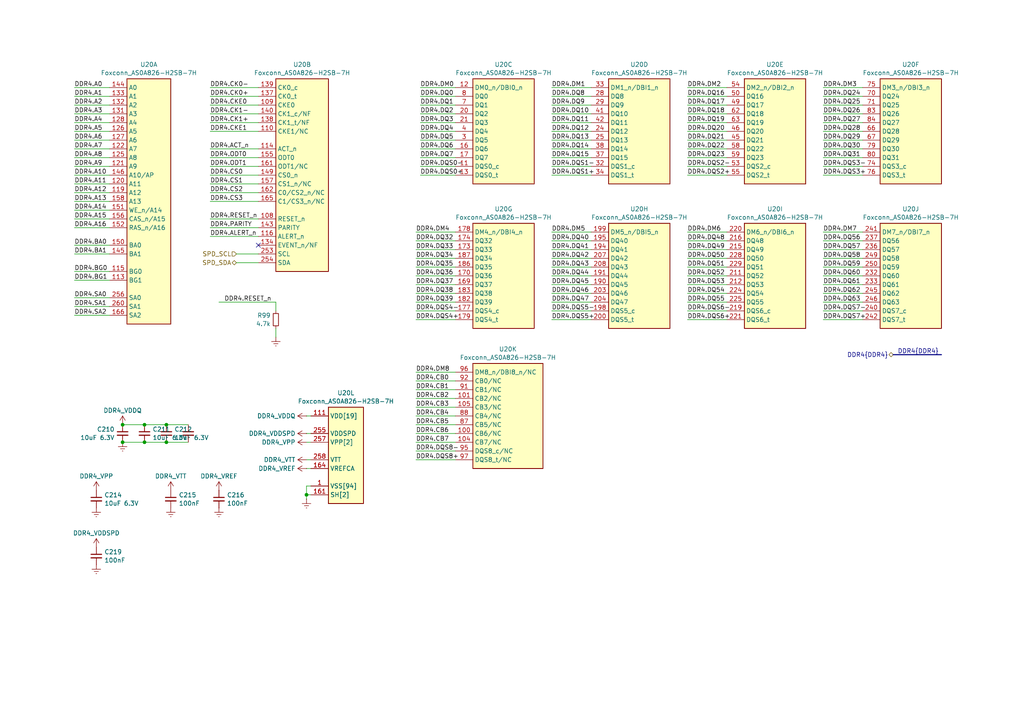
<source format=kicad_sch>
(kicad_sch (version 20231120) (generator "eeschema") (generator_version "8.0")
  (paper "A4")
  (junction (at 48.26 128.27))
  (junction (at 88.9 143.51))
  (junction (at 35.56 123.19))
  (junction (at 48.26 123.19))
  (junction (at 41.91 123.19))
  (junction (at 35.56 128.27))
  (junction (at 41.91 128.27))
  (no_connect (at 74.93 71.12))
  (wire (pts (xy 160.02 30.48) (xy 171.45 30.48)))
  (wire (pts (xy 35.56 128.27) (xy 41.91 128.27)))
  (wire (pts (xy 88.9 125.73) (xy 90.17 125.73)))
  (wire (pts (xy 238.76 38.1) (xy 250.19 38.1)))
  (wire (pts (xy 120.65 128.27) (xy 132.08 128.27)))
  (wire (pts (xy 199.39 27.94) (xy 210.82 27.94)))
  (wire (pts (xy 199.39 45.72) (xy 210.82 45.72)))
  (wire (pts (xy 199.39 33.02) (xy 210.82 33.02)))
  (wire (pts (xy 21.59 33.02) (xy 31.75 33.02)))
  (wire (pts (xy 120.65 80.01) (xy 132.08 80.01)))
  (wire (pts (xy 160.02 50.8) (xy 171.45 50.8)))
  (wire (pts (xy 120.65 92.71) (xy 132.08 92.71)))
  (wire (pts (xy 60.96 25.4) (xy 74.93 25.4)))
  (wire (pts (xy 21.59 88.9) (xy 31.75 88.9)))
  (wire (pts (xy 21.59 71.12) (xy 31.75 71.12)))
  (wire (pts (xy 238.76 80.01) (xy 250.19 80.01)))
  (wire (pts (xy 120.65 85.09) (xy 132.08 85.09)))
  (wire (pts (xy 120.65 113.03) (xy 132.08 113.03)))
  (wire (pts (xy 120.65 90.17) (xy 132.08 90.17)))
  (wire (pts (xy 35.56 123.19) (xy 41.91 123.19)))
  (wire (pts (xy 238.76 43.18) (xy 250.19 43.18)))
  (wire (pts (xy 121.92 30.48) (xy 132.08 30.48)))
  (wire (pts (xy 199.39 40.64) (xy 210.82 40.64)))
  (wire (pts (xy 121.92 48.26) (xy 132.08 48.26)))
  (wire (pts (xy 21.59 48.26) (xy 31.75 48.26)))
  (wire (pts (xy 120.65 74.93) (xy 132.08 74.93)))
  (wire (pts (xy 21.59 60.96) (xy 31.75 60.96)))
  (wire (pts (xy 238.76 33.02) (xy 250.19 33.02)))
  (wire (pts (xy 160.02 92.71) (xy 171.45 92.71)))
  (wire (pts (xy 120.65 130.81) (xy 132.08 130.81)))
  (wire (pts (xy 60.96 33.02) (xy 74.93 33.02)))
  (wire (pts (xy 88.9 133.35) (xy 90.17 133.35)))
  (wire (pts (xy 68.58 73.66) (xy 74.93 73.66)))
  (wire (pts (xy 21.59 43.18) (xy 31.75 43.18)))
  (wire (pts (xy 121.92 45.72) (xy 132.08 45.72)))
  (wire (pts (xy 238.76 40.64) (xy 250.19 40.64)))
  (wire (pts (xy 90.17 128.27) (xy 88.9 128.27)))
  (wire (pts (xy 120.65 69.85) (xy 132.08 69.85)))
  (wire (pts (xy 60.96 53.34) (xy 74.93 53.34)))
  (wire (pts (xy 199.39 35.56) (xy 210.82 35.56)))
  (wire (pts (xy 199.39 80.01) (xy 210.82 80.01)))
  (wire (pts (xy 60.96 43.18) (xy 74.93 43.18)))
  (wire (pts (xy 21.59 91.44) (xy 31.75 91.44)))
  (wire (pts (xy 60.96 48.26) (xy 74.93 48.26)))
  (wire (pts (xy 120.65 110.49) (xy 132.08 110.49)))
  (wire (pts (xy 121.92 33.02) (xy 132.08 33.02)))
  (wire (pts (xy 160.02 43.18) (xy 171.45 43.18)))
  (wire (pts (xy 238.76 48.26) (xy 250.19 48.26)))
  (wire (pts (xy 121.92 35.56) (xy 132.08 35.56)))
  (wire (pts (xy 120.65 125.73) (xy 132.08 125.73)))
  (wire (pts (xy 88.9 143.51) (xy 88.9 140.97)))
  (wire (pts (xy 121.92 27.94) (xy 132.08 27.94)))
  (wire (pts (xy 48.26 123.19) (xy 54.61 123.19)))
  (wire (pts (xy 88.9 143.51) (xy 90.17 143.51)))
  (wire (pts (xy 238.76 92.71) (xy 250.19 92.71)))
  (wire (pts (xy 21.59 86.36) (xy 31.75 86.36)))
  (wire (pts (xy 120.65 82.55) (xy 132.08 82.55)))
  (wire (pts (xy 160.02 72.39) (xy 171.45 72.39)))
  (wire (pts (xy 121.92 43.18) (xy 132.08 43.18)))
  (wire (pts (xy 160.02 67.31) (xy 171.45 67.31)))
  (wire (pts (xy 160.02 33.02) (xy 171.45 33.02)))
  (wire (pts (xy 80.01 95.25) (xy 80.01 97.79)))
  (wire (pts (xy 21.59 50.8) (xy 31.75 50.8)))
  (wire (pts (xy 238.76 85.09) (xy 250.19 85.09)))
  (wire (pts (xy 238.76 69.85) (xy 250.19 69.85)))
  (wire (pts (xy 199.39 85.09) (xy 210.82 85.09)))
  (wire (pts (xy 238.76 45.72) (xy 250.19 45.72)))
  (wire (pts (xy 21.59 73.66) (xy 31.75 73.66)))
  (wire (pts (xy 199.39 48.26) (xy 210.82 48.26)))
  (bus (pts (xy 259.08 102.87) (xy 273.05 102.87)))
  (wire (pts (xy 68.58 76.2) (xy 74.93 76.2)))
  (wire (pts (xy 238.76 74.93) (xy 250.19 74.93)))
  (wire (pts (xy 160.02 74.93) (xy 171.45 74.93)))
  (wire (pts (xy 120.65 107.95) (xy 132.08 107.95)))
  (wire (pts (xy 120.65 72.39) (xy 132.08 72.39)))
  (wire (pts (xy 238.76 67.31) (xy 250.19 67.31)))
  (wire (pts (xy 238.76 30.48) (xy 250.19 30.48)))
  (wire (pts (xy 21.59 30.48) (xy 31.75 30.48)))
  (wire (pts (xy 60.96 30.48) (xy 74.93 30.48)))
  (wire (pts (xy 199.39 82.55) (xy 210.82 82.55)))
  (wire (pts (xy 238.76 90.17) (xy 250.19 90.17)))
  (wire (pts (xy 160.02 40.64) (xy 171.45 40.64)))
  (wire (pts (xy 21.59 58.42) (xy 31.75 58.42)))
  (wire (pts (xy 199.39 72.39) (xy 210.82 72.39)))
  (wire (pts (xy 21.59 66.04) (xy 31.75 66.04)))
  (wire (pts (xy 120.65 123.19) (xy 132.08 123.19)))
  (wire (pts (xy 199.39 25.4) (xy 210.82 25.4)))
  (wire (pts (xy 21.59 27.94) (xy 31.75 27.94)))
  (wire (pts (xy 160.02 82.55) (xy 171.45 82.55)))
  (wire (pts (xy 120.65 133.35) (xy 132.08 133.35)))
  (wire (pts (xy 160.02 85.09) (xy 171.45 85.09)))
  (wire (pts (xy 60.96 55.88) (xy 74.93 55.88)))
  (wire (pts (xy 21.59 40.64) (xy 31.75 40.64)))
  (wire (pts (xy 60.96 38.1) (xy 74.93 38.1)))
  (wire (pts (xy 120.65 87.63) (xy 132.08 87.63)))
  (wire (pts (xy 21.59 35.56) (xy 31.75 35.56)))
  (wire (pts (xy 199.39 69.85) (xy 210.82 69.85)))
  (wire (pts (xy 60.96 45.72) (xy 74.93 45.72)))
  (wire (pts (xy 120.65 118.11) (xy 132.08 118.11)))
  (wire (pts (xy 120.65 67.31) (xy 132.08 67.31)))
  (wire (pts (xy 160.02 77.47) (xy 171.45 77.47)))
  (wire (pts (xy 160.02 48.26) (xy 171.45 48.26)))
  (wire (pts (xy 238.76 35.56) (xy 250.19 35.56)))
  (wire (pts (xy 21.59 63.5) (xy 31.75 63.5)))
  (wire (pts (xy 199.39 87.63) (xy 210.82 87.63)))
  (wire (pts (xy 120.65 77.47) (xy 132.08 77.47)))
  (wire (pts (xy 238.76 87.63) (xy 250.19 87.63)))
  (wire (pts (xy 199.39 38.1) (xy 210.82 38.1)))
  (wire (pts (xy 160.02 90.17) (xy 171.45 90.17)))
  (wire (pts (xy 160.02 38.1) (xy 171.45 38.1)))
  (wire (pts (xy 60.96 58.42) (xy 74.93 58.42)))
  (wire (pts (xy 160.02 69.85) (xy 171.45 69.85)))
  (wire (pts (xy 88.9 144.78) (xy 88.9 143.51)))
  (wire (pts (xy 160.02 25.4) (xy 171.45 25.4)))
  (wire (pts (xy 199.39 67.31) (xy 210.82 67.31)))
  (wire (pts (xy 121.92 25.4) (xy 132.08 25.4)))
  (wire (pts (xy 21.59 25.4) (xy 31.75 25.4)))
  (wire (pts (xy 199.39 50.8) (xy 210.82 50.8)))
  (wire (pts (xy 160.02 27.94) (xy 171.45 27.94)))
  (wire (pts (xy 238.76 82.55) (xy 250.19 82.55)))
  (wire (pts (xy 120.65 115.57) (xy 132.08 115.57)))
  (wire (pts (xy 238.76 27.94) (xy 250.19 27.94)))
  (wire (pts (xy 21.59 53.34) (xy 31.75 53.34)))
  (wire (pts (xy 63.5 87.63) (xy 80.01 87.63)))
  (wire (pts (xy 238.76 72.39) (xy 250.19 72.39)))
  (wire (pts (xy 199.39 92.71) (xy 210.82 92.71)))
  (wire (pts (xy 88.9 140.97) (xy 90.17 140.97)))
  (wire (pts (xy 48.26 128.27) (xy 54.61 128.27)))
  (wire (pts (xy 160.02 80.01) (xy 171.45 80.01)))
  (wire (pts (xy 60.96 35.56) (xy 74.93 35.56)))
  (wire (pts (xy 21.59 45.72) (xy 31.75 45.72)))
  (wire (pts (xy 88.9 120.65) (xy 90.17 120.65)))
  (wire (pts (xy 60.96 27.94) (xy 74.93 27.94)))
  (wire (pts (xy 60.96 66.04) (xy 74.93 66.04)))
  (wire (pts (xy 60.96 63.5) (xy 74.93 63.5)))
  (wire (pts (xy 199.39 30.48) (xy 210.82 30.48)))
  (wire (pts (xy 60.96 50.8) (xy 74.93 50.8)))
  (wire (pts (xy 160.02 45.72) (xy 171.45 45.72)))
  (wire (pts (xy 121.92 38.1) (xy 132.08 38.1)))
  (wire (pts (xy 238.76 50.8) (xy 250.19 50.8)))
  (wire (pts (xy 121.92 50.8) (xy 132.08 50.8)))
  (wire (pts (xy 41.91 123.19) (xy 48.26 123.19)))
  (wire (pts (xy 120.65 120.65) (xy 132.08 120.65)))
  (wire (pts (xy 21.59 38.1) (xy 31.75 38.1)))
  (wire (pts (xy 80.01 87.63) (xy 80.01 90.17)))
  (wire (pts (xy 199.39 74.93) (xy 210.82 74.93)))
  (wire (pts (xy 121.92 40.64) (xy 132.08 40.64)))
  (wire (pts (xy 238.76 77.47) (xy 250.19 77.47)))
  (wire (pts (xy 88.9 135.89) (xy 90.17 135.89)))
  (wire (pts (xy 199.39 90.17) (xy 210.82 90.17)))
  (wire (pts (xy 199.39 43.18) (xy 210.82 43.18)))
  (wire (pts (xy 21.59 55.88) (xy 31.75 55.88)))
  (wire (pts (xy 60.96 68.58) (xy 74.93 68.58)))
  (wire (pts (xy 160.02 87.63) (xy 171.45 87.63)))
  (wire (pts (xy 21.59 78.74) (xy 31.75 78.74)))
  (wire (pts (xy 160.02 35.56) (xy 171.45 35.56)))
  (wire (pts (xy 41.91 128.27) (xy 48.26 128.27)))
  (wire (pts (xy 238.76 25.4) (xy 250.19 25.4)))
  (wire (pts (xy 21.59 81.28) (xy 31.75 81.28)))
  (wire (pts (xy 199.39 77.47) (xy 210.82 77.47)))
  (label "DDR4.CK0+" (at 60.96 27.94 0))
  (label "DDR4.A10" (at 21.59 50.8 0))
  (label "DDR4.DQS7-" (at 238.76 90.17 0))
  (label "DDR4.A4" (at 21.59 35.56 0))
  (label "DDR4.A3" (at 21.59 33.02 0))
  (label "DDR4.CKE0" (at 60.96 30.48 0))
  (label "DDR4.CB5" (at 120.65 123.19 0))
  (label "DDR4.BG1" (at 21.59 81.28 0))
  (label "DDR4.CB1" (at 120.65 113.03 0))
  (label "DDR4.CB4" (at 120.65 120.65 0))
  (label "DDR4.DQ58" (at 238.76 74.93 0))
  (label "DDR4.DQ32" (at 120.65 69.85 0))
  (label "DDR4.DQ22" (at 199.39 43.18 0))
  (label "DDR4.DQ54" (at 199.39 85.09 0))
  (label "DDR4.DQ14" (at 160.02 43.18 0))
  (label "DDR4.CB6" (at 120.65 125.73 0))
  (label "DDR4.DQS1+" (at 160.02 50.8 0))
  (label "DDR4.DQ5" (at 121.92 40.64 0))
  (label "DDR4.DQ57" (at 238.76 72.39 0))
  (label "DDR4.DQ26" (at 238.76 33.02 0))
  (label "DDR4.DQ37" (at 120.65 82.55 0))
  (label "DDR4.CB7" (at 120.65 128.27 0))
  (label "DDR4.DQ33" (at 120.65 72.39 0))
  (label "DDR4.DQ2" (at 121.92 33.02 0))
  (label "DDR4.A6" (at 21.59 40.64 0))
  (label "DDR4.CS0" (at 60.96 50.8 0))
  (label "DDR4.DQ10" (at 160.02 33.02 0))
  (label "DDR4.DQ11" (at 160.02 35.56 0))
  (label "DDR4.PARITY" (at 60.96 66.04 0))
  (label "DDR4.DM7" (at 238.76 67.31 0))
  (label "DDR4.CK1+" (at 60.96 35.56 0))
  (label "DDR4.DQ20" (at 199.39 38.1 0))
  (label "DDR4.DQ6" (at 121.92 43.18 0))
  (label "DDR4.A1" (at 21.59 27.94 0))
  (label "DDR4.DQ36" (at 120.65 80.01 0))
  (label "DDR4.DQ53" (at 199.39 82.55 0))
  (label "DDR4.DQ63" (at 238.76 87.63 0))
  (label "DDR4.DQS2+" (at 199.39 50.8 0))
  (label "DDR4.DQS0+" (at 121.92 50.8 0))
  (label "DDR4.BA1" (at 21.59 73.66 0))
  (label "DDR4.DQ55" (at 199.39 87.63 0))
  (label "DDR4.DQ47" (at 160.02 87.63 0))
  (label "DDR4.DM3" (at 238.76 25.4 0))
  (label "DDR4.A15" (at 21.59 63.5 0))
  (label "DDR4.CB2" (at 120.65 115.57 0))
  (label "DDR4.A14" (at 21.59 60.96 0))
  (label "DDR4.RESET_n" (at 78.74 87.63 180))
  (label "DDR4.DQ25" (at 238.76 30.48 0))
  (label "DDR4.DQ9" (at 160.02 30.48 0))
  (label "DDR4.DM8" (at 120.65 107.95 0))
  (label "DDR4.SA2" (at 21.59 91.44 0))
  (label "DDR4.A13" (at 21.59 58.42 0))
  (label "DDR4.DQ50" (at 199.39 74.93 0))
  (label "DDR4.DQS4-" (at 120.65 90.17 0))
  (label "DDR4.DQ15" (at 160.02 45.72 0))
  (label "DDR4.DQ1" (at 121.92 30.48 0))
  (label "DDR4.DQ31" (at 238.76 45.72 0))
  (label "DDR4.DQ43" (at 160.02 77.47 0))
  (label "DDR4.DQ8" (at 160.02 27.94 0))
  (label "DDR4.DQ48" (at 199.39 69.85 0))
  (label "DDR4.DQ46" (at 160.02 85.09 0))
  (label "DDR4.CB3" (at 120.65 118.11 0))
  (label "DDR4.DQS1-" (at 160.02 48.26 0))
  (label "DDR4.A2" (at 21.59 30.48 0))
  (label "DDR4.DM1" (at 160.02 25.4 0))
  (label "DDR4.A12" (at 21.59 55.88 0))
  (label "DDR4.CB0" (at 120.65 110.49 0))
  (label "DDR4.DM0" (at 121.92 25.4 0))
  (label "DDR4.DQ41" (at 160.02 72.39 0))
  (label "DDR4.DM4" (at 120.65 67.31 0))
  (label "DDR4.DQ56" (at 238.76 69.85 0))
  (label "DDR4{DDR4}" (at 260.35 102.87 0))
  (label "DDR4.DQ62" (at 238.76 85.09 0))
  (label "DDR4.DQS5-" (at 160.02 90.17 0))
  (label "DDR4.DQS6-" (at 199.39 90.17 0))
  (label "DDR4.DQS8+" (at 120.65 133.35 0))
  (label "DDR4.ODT0" (at 60.96 45.72 0))
  (label "DDR4.DQS5+" (at 160.02 92.71 0))
  (label "DDR4.DQ42" (at 160.02 74.93 0))
  (label "DDR4.DQ45" (at 160.02 82.55 0))
  (label "DDR4.A5" (at 21.59 38.1 0))
  (label "DDR4.DQ39" (at 120.65 87.63 0))
  (label "DDR4.DQ34" (at 120.65 74.93 0))
  (label "DDR4.DQ18" (at 199.39 33.02 0))
  (label "DDR4.DQS6+" (at 199.39 92.71 0))
  (label "DDR4.SA1" (at 21.59 88.9 0))
  (label "DDR4.DQS8-" (at 120.65 130.81 0))
  (label "DDR4.BA0" (at 21.59 71.12 0))
  (label "DDR4.DQ44" (at 160.02 80.01 0))
  (label "DDR4.DQ38" (at 120.65 85.09 0))
  (label "DDR4.DQ40" (at 160.02 69.85 0))
  (label "DDR4.DQS3+" (at 238.76 50.8 0))
  (label "DDR4.DM2" (at 199.39 25.4 0))
  (label "DDR4.A9" (at 21.59 48.26 0))
  (label "DDR4.DQS0-" (at 121.92 48.26 0))
  (label "DDR4.DQ30" (at 238.76 43.18 0))
  (label "DDR4.A7" (at 21.59 43.18 0))
  (label "DDR4.CS2" (at 60.96 55.88 0))
  (label "DDR4.DQ3" (at 121.92 35.56 0))
  (label "DDR4.CK1-" (at 60.96 33.02 0))
  (label "DDR4.DQ60" (at 238.76 80.01 0))
  (label "DDR4.DQ19" (at 199.39 35.56 0))
  (label "DDR4.CKE1" (at 60.96 38.1 0))
  (label "DDR4.DQS7+" (at 238.76 92.71 0))
  (label "DDR4.DM5" (at 160.02 67.31 0))
  (label "DDR4.DQ59" (at 238.76 77.47 0))
  (label "DDR4.DQ24" (at 238.76 27.94 0))
  (label "DDR4.DQ29" (at 238.76 40.64 0))
  (label "DDR4.SA0" (at 21.59 86.36 0))
  (label "DDR4.DQ52" (at 199.39 80.01 0))
  (label "DDR4.DQ23" (at 199.39 45.72 0))
  (label "DDR4.DQ61" (at 238.76 82.55 0))
  (label "DDR4.CS1" (at 60.96 53.34 0))
  (label "DDR4.DQS2-" (at 199.39 48.26 0))
  (label "DDR4.ALERT_n" (at 60.96 68.58 0))
  (label "DDR4.DQ51" (at 199.39 77.47 0))
  (label "DDR4.DQ17" (at 199.39 30.48 0))
  (label "DDR4.DQ0" (at 121.92 27.94 0))
  (label "DDR4.A16" (at 21.59 66.04 0))
  (label "DDR4.BG0" (at 21.59 78.74 0))
  (label "DDR4.DQ35" (at 120.65 77.47 0))
  (label "DDR4.DQ21" (at 199.39 40.64 0))
  (label "DDR4.DQS3-" (at 238.76 48.26 0))
  (label "DDR4.CK0-" (at 60.96 25.4 0))
  (label "DDR4.DM6" (at 199.39 67.31 0))
  (label "DDR4.DQS4+" (at 120.65 92.71 0))
  (label "DDR4.ODT1" (at 60.96 48.26 0))
  (label "DDR4.A11" (at 21.59 53.34 0))
  (label "DDR4.A0" (at 21.59 25.4 0))
  (label "DDR4.DQ27" (at 238.76 35.56 0))
  (label "DDR4.DQ13" (at 160.02 40.64 0))
  (label "DDR4.DQ28" (at 238.76 38.1 0))
  (label "DDR4.RESET_n" (at 60.96 63.5 0))
  (label "DDR4.ACT_n" (at 60.96 43.18 0))
  (label "DDR4.A8" (at 21.59 45.72 0))
  (label "DDR4.DQ49" (at 199.39 72.39 0))
  (label "DDR4.DQ16" (at 199.39 27.94 0))
  (label "DDR4.DQ4" (at 121.92 38.1 0))
  (label "DDR4.DQ7" (at 121.92 45.72 0))
  (label "DDR4.DQ12" (at 160.02 38.1 0))
  (label "DDR4.CS3" (at 60.96 58.42 0))
  (hierarchical_label "DDR4{DDR4}" (shape bidirectional) (at 259.08 102.87 180))
  (hierarchical_label "SPD_SDA" (shape bidirectional) (at 68.58 76.2 180))
  (hierarchical_label "SPD_SCL" (shape input) (at 68.58 73.66 180))
  (symbol (lib_id "CHIPSAlliance_Connector:Foxconn_AS0A826-H2SB-7H") (at 171.45 67.31 0) (unit 8)
    (property "Reference" "U20" (at 185.42 60.6255 0))
    (property "Value" "Foxconn_AS0A826-H2SB-7H" (at 185.42 63.0498 0))
    (property "Footprint" "CHIPSAlliance_Connector:Foxconn_SODDR4_AS0A821-H4SB-7H_2x130P_P0.5mm" (effects (hide yes)))
    (property "Datasheet" "https://atta.szlcsc.com/upload/public/pdf/source/20210401/C2761525_3F51BA39DB17DA636510977C03EC04F0.pdf" (effects (hide yes)))
    (property "Description" "Foxconn SMD AS0A826-H2SB-7H DDR4 SODIMM socket" (effects (hide yes)))
  )
  (symbol (lib_id "CHIPSAlliance_Connector:Foxconn_AS0A826-H2SB-7H") (at 31.75 25.4 0) (unit 1)
    (property "Reference" "U20" (at 43.18 18.7155 0))
    (property "Value" "Foxconn_AS0A826-H2SB-7H" (at 43.18 21.1398 0))
    (property "Footprint" "CHIPSAlliance_Connector:Foxconn_SODDR4_AS0A821-H4SB-7H_2x130P_P0.5mm" (effects (hide yes)))
    (property "Datasheet" "https://atta.szlcsc.com/upload/public/pdf/source/20210401/C2761525_3F51BA39DB17DA636510977C03EC04F0.pdf" (effects (hide yes)))
    (property "Description" "Foxconn SMD AS0A826-H2SB-7H DDR4 SODIMM socket" (effects (hide yes)))
  )
  (symbol (lib_id "Device:C_Small") (at 27.94 161.29 0) (unit 1)
    (property "Reference" "C219" (at 30.2641 160.0841 0) (effects (justify left)))
    (property "Value" "100nF" (at 30.2641 162.5084 0) (effects (justify left)))
    (property "Footprint" "Capacitor_SMD:C_0402_1005Metric" (effects (hide yes)))
    (property "Description" "Unpolarized capacitor, small symbol" (effects (hide yes)))
  )
  (symbol (lib_id "Device:C_Small") (at 63.5 144.78 0) (unit 1)
    (property "Reference" "C216" (at 65.8241 143.5741 0) (effects (justify left)))
    (property "Value" "100nF" (at 65.8241 145.9984 0) (effects (justify left)))
    (property "Footprint" "Capacitor_SMD:C_0402_1005Metric" (effects (hide yes)))
    (property "Description" "Unpolarized capacitor, small symbol" (effects (hide yes)))
  )
  (symbol (lib_id "power:+5V") (at 88.9 128.27 90) (mirror x) (unit 1)
    (property "Reference" "#PWR0256" (effects (hide yes)))
    (property "Value" "DDR4_VPP" (at 85.7251 128.27 90) (effects (justify left)))
    (property "Description" "Power symbol creates a global label with \"DDR4_VPP\"" (effects (hide yes)))
  )
  (symbol (lib_id "CHIPSAlliance_Connector:Foxconn_AS0A826-H2SB-7H") (at 132.08 107.95 0) (unit 11)
    (property "Reference" "U20" (at 147.32 101.2655 0))
    (property "Value" "Foxconn_AS0A826-H2SB-7H" (at 147.32 103.6898 0))
    (property "Footprint" "CHIPSAlliance_Connector:Foxconn_SODDR4_AS0A821-H4SB-7H_2x130P_P0.5mm" (effects (hide yes)))
    (property "Datasheet" "https://atta.szlcsc.com/upload/public/pdf/source/20210401/C2761525_3F51BA39DB17DA636510977C03EC04F0.pdf" (effects (hide yes)))
    (property "Description" "Foxconn SMD AS0A826-H2SB-7H DDR4 SODIMM socket" (effects (hide yes)))
  )
  (symbol (lib_id "power:Earth") (at 27.94 147.32 0) (unit 1)
    (property "Reference" "#PWR0261" (effects (hide yes)))
    (property "Value" "Earth" (effects (hide yes)))
    (property "Description" "Power symbol creates a global label with name \"Earth\"" (effects (hide yes)))
  )
  (symbol (lib_id "CHIPSAlliance_Connector:Foxconn_AS0A826-H2SB-7H") (at 132.08 25.4 0) (unit 3)
    (property "Reference" "U20" (at 146.05 18.7155 0))
    (property "Value" "Foxconn_AS0A826-H2SB-7H" (at 146.05 21.1398 0))
    (property "Footprint" "CHIPSAlliance_Connector:Foxconn_SODDR4_AS0A821-H4SB-7H_2x130P_P0.5mm" (effects (hide yes)))
    (property "Datasheet" "https://atta.szlcsc.com/upload/public/pdf/source/20210401/C2761525_3F51BA39DB17DA636510977C03EC04F0.pdf" (effects (hide yes)))
    (property "Description" "Foxconn SMD AS0A826-H2SB-7H DDR4 SODIMM socket" (effects (hide yes)))
  )
  (symbol (lib_id "power:+12V") (at 88.9 120.65 90) (mirror x) (unit 1)
    (property "Reference" "#PWR0253" (effects (hide yes)))
    (property "Value" "DDR4_VDDQ" (at 85.725 120.65 90) (effects (justify left)))
    (property "Description" "Power symbol creates a global label with name \"DDR4_VDDQ\"" (effects (hide yes)))
  )
  (symbol (lib_id "Device:C_Small") (at 27.94 144.78 0) (unit 1)
    (property "Reference" "C214" (at 30.2641 143.5741 0) (effects (justify left)))
    (property "Value" "10uF 6.3V" (at 30.2641 145.9984 0) (effects (justify left)))
    (property "Footprint" "Capacitor_SMD:C_0402_1005Metric" (effects (hide yes)))
    (property "Description" "Unpolarized capacitor, small symbol" (effects (hide yes)))
  )
  (symbol (lib_id "power:+12V") (at 88.9 135.89 90) (mirror x) (unit 1)
    (property "Reference" "#PWR0254" (effects (hide yes)))
    (property "Value" "DDR4_VREF" (at 85.725 135.89 90) (effects (justify left)))
    (property "Description" "Power symbol creates a global label with name \"DDR4_VREF\"" (effects (hide yes)))
  )
  (symbol (lib_id "Device:C_Small") (at 48.26 125.73 0) (unit 1)
    (property "Reference" "C212" (at 50.5841 124.5241 0) (effects (justify left)))
    (property "Value" "10uF 6.3V" (at 50.5841 126.9484 0) (effects (justify left)))
    (property "Footprint" "Capacitor_SMD:C_0402_1005Metric" (effects (hide yes)))
    (property "Description" "Unpolarized capacitor, small symbol" (effects (hide yes)))
  )
  (symbol (lib_id "power:+5V") (at 88.9 125.73 90) (unit 1)
    (property "Reference" "#PWR0276" (effects (hide yes)))
    (property "Value" "DDR4_VDDSPD" (at 85.725 125.73 90) (effects (justify left)))
    (property "Description" "Power symbol creates a global label with \"DDR4_VDDSPD\"" (effects (hide yes)))
  )
  (symbol (lib_id "CHIPSAlliance_Connector:Foxconn_AS0A826-H2SB-7H") (at 210.82 67.31 0) (unit 9)
    (property "Reference" "U20" (at 224.79 60.6255 0))
    (property "Value" "Foxconn_AS0A826-H2SB-7H" (at 224.79 63.0498 0))
    (property "Footprint" "CHIPSAlliance_Connector:Foxconn_SODDR4_AS0A821-H4SB-7H_2x130P_P0.5mm" (effects (hide yes)))
    (property "Datasheet" "https://atta.szlcsc.com/upload/public/pdf/source/20210401/C2761525_3F51BA39DB17DA636510977C03EC04F0.pdf" (effects (hide yes)))
    (property "Description" "Foxconn SMD AS0A826-H2SB-7H DDR4 SODIMM socket" (effects (hide yes)))
  )
  (symbol (lib_id "power:Earth") (at 49.53 147.32 0) (unit 1)
    (property "Reference" "#PWR0263" (effects (hide yes)))
    (property "Value" "Earth" (effects (hide yes)))
    (property "Description" "Power symbol creates a global label with name \"Earth\"" (effects (hide yes)))
  )
  (symbol (lib_id "CHIPSAlliance_Connector:Foxconn_AS0A826-H2SB-7H") (at 132.08 67.31 0) (unit 7)
    (property "Reference" "U20" (at 146.05 60.6255 0))
    (property "Value" "Foxconn_AS0A826-H2SB-7H" (at 146.05 63.0498 0))
    (property "Footprint" "CHIPSAlliance_Connector:Foxconn_SODDR4_AS0A821-H4SB-7H_2x130P_P0.5mm" (effects (hide yes)))
    (property "Datasheet" "https://atta.szlcsc.com/upload/public/pdf/source/20210401/C2761525_3F51BA39DB17DA636510977C03EC04F0.pdf" (effects (hide yes)))
    (property "Description" "Foxconn SMD AS0A826-H2SB-7H DDR4 SODIMM socket" (effects (hide yes)))
  )
  (symbol (lib_id "power:Earth") (at 63.5 147.32 0) (unit 1)
    (property "Reference" "#PWR0265" (effects (hide yes)))
    (property "Value" "Earth" (effects (hide yes)))
    (property "Description" "Power symbol creates a global label with name \"Earth\"" (effects (hide yes)))
  )
  (symbol (lib_id "Device:C_Small") (at 41.91 125.73 0) (unit 1)
    (property "Reference" "C211" (at 44.2341 124.5241 0) (effects (justify left)))
    (property "Value" "10uF 6.3V" (at 44.2341 126.9484 0) (effects (justify left)))
    (property "Footprint" "Capacitor_SMD:C_0402_1005Metric" (effects (hide yes)))
    (property "Description" "Unpolarized capacitor, small symbol" (effects (hide yes)))
  )
  (symbol (lib_id "CHIPSAlliance_Connector:Foxconn_AS0A826-H2SB-7H") (at 250.19 25.4 0) (unit 6)
    (property "Reference" "U20" (at 264.16 18.7155 0))
    (property "Value" "Foxconn_AS0A826-H2SB-7H" (at 264.16 21.1398 0))
    (property "Footprint" "CHIPSAlliance_Connector:Foxconn_SODDR4_AS0A821-H4SB-7H_2x130P_P0.5mm" (effects (hide yes)))
    (property "Datasheet" "https://atta.szlcsc.com/upload/public/pdf/source/20210401/C2761525_3F51BA39DB17DA636510977C03EC04F0.pdf" (effects (hide yes)))
    (property "Description" "Foxconn SMD AS0A826-H2SB-7H DDR4 SODIMM socket" (effects (hide yes)))
  )
  (symbol (lib_id "CHIPSAlliance_Connector:Foxconn_AS0A826-H2SB-7H") (at 74.93 25.4 0) (unit 2)
    (property "Reference" "U20" (at 87.63 18.7155 0))
    (property "Value" "Foxconn_AS0A826-H2SB-7H" (at 87.63 21.1398 0))
    (property "Footprint" "CHIPSAlliance_Connector:Foxconn_SODDR4_AS0A821-H4SB-7H_2x130P_P0.5mm" (effects (hide yes)))
    (property "Datasheet" "https://atta.szlcsc.com/upload/public/pdf/source/20210401/C2761525_3F51BA39DB17DA636510977C03EC04F0.pdf" (effects (hide yes)))
    (property "Description" "Foxconn SMD AS0A826-H2SB-7H DDR4 SODIMM socket" (effects (hide yes)))
  )
  (symbol (lib_name "Foxconn_AS0A826-H2SB-7H_1") (lib_id "CHIPSAlliance_Connector:Foxconn_AS0A826-H2SB-7H") (at 171.45 25.4 0) (unit 4)
    (property "Reference" "U20" (at 185.42 18.7155 0))
    (property "Value" "Foxconn_AS0A826-H2SB-7H" (at 185.42 21.1398 0))
    (property "Footprint" "CHIPSAlliance_Connector:Foxconn_SODDR4_AS0A821-H4SB-7H_2x130P_P0.5mm" (effects (hide yes)))
    (property "Datasheet" "https://atta.szlcsc.com/upload/public/pdf/source/20210401/C2761525_3F51BA39DB17DA636510977C03EC04F0.pdf" (effects (hide yes)))
    (property "Description" "Foxconn SMD AS0A826-H2SB-7H DDR4 SODIMM socket" (effects (hide yes)))
  )
  (symbol (lib_id "power:Earth") (at 80.01 97.79 0) (mirror y) (unit 1)
    (property "Reference" "#PWR0282" (effects (hide yes)))
    (property "Value" "Earth" (effects (hide yes)))
    (property "Description" "Power symbol creates a global label with name \"Earth\"" (effects (hide yes)))
  )
  (symbol (lib_id "power:Earth") (at 27.94 163.83 0) (unit 1)
    (property "Reference" "#PWR0278" (effects (hide yes)))
    (property "Value" "Earth" (effects (hide yes)))
    (property "Description" "Power symbol creates a global label with name \"Earth\"" (effects (hide yes)))
  )
  (symbol (lib_id "power:+5V") (at 27.94 142.24 0) (mirror y) (unit 1)
    (property "Reference" "#PWR0260" (effects (hide yes)))
    (property "Value" "DDR4_VPP" (at 27.94 138.1069 0))
    (property "Description" "Power symbol creates a global label with \"DDR4_VPP\"" (effects (hide yes)))
  )
  (symbol (lib_id "power:+12V") (at 63.5 142.24 0) (mirror y) (unit 1)
    (property "Reference" "#PWR0264" (effects (hide yes)))
    (property "Value" "DDR4_VREF" (at 63.5 138.1069 0))
    (property "Description" "Power symbol creates a global label with name \"DDR4_VREF\"" (effects (hide yes)))
  )
  (symbol (lib_id "CHIPSAlliance_Connector:Foxconn_AS0A826-H2SB-7H") (at 90.17 120.65 0) (unit 12)
    (property "Reference" "U20" (at 100.33 113.9655 0))
    (property "Value" "Foxconn_AS0A826-H2SB-7H" (at 100.33 116.3898 0))
    (property "Footprint" "CHIPSAlliance_Connector:Foxconn_SODDR4_AS0A821-H4SB-7H_2x130P_P0.5mm" (effects (hide yes)))
    (property "Datasheet" "https://atta.szlcsc.com/upload/public/pdf/source/20210401/C2761525_3F51BA39DB17DA636510977C03EC04F0.pdf" (effects (hide yes)))
    (property "Description" "Foxconn SMD AS0A826-H2SB-7H DDR4 SODIMM socket" (effects (hide yes)))
  )
  (symbol (lib_id "power:+5V") (at 27.94 158.75 0) (unit 1)
    (property "Reference" "#PWR0277" (effects (hide yes)))
    (property "Value" "DDR4_VDDSPD" (at 27.94 154.6169 0))
    (property "Description" "Power symbol creates a global label with \"DDR4_VDDSPD\"" (effects (hide yes)))
  )
  (symbol (lib_id "CHIPSAlliance_Connector:Foxconn_AS0A826-H2SB-7H") (at 250.19 67.31 0) (unit 10)
    (property "Reference" "U20" (at 264.16 60.6255 0))
    (property "Value" "Foxconn_AS0A826-H2SB-7H" (at 264.16 63.0498 0))
    (property "Footprint" "CHIPSAlliance_Connector:Foxconn_SODDR4_AS0A821-H4SB-7H_2x130P_P0.5mm" (effects (hide yes)))
    (property "Datasheet" "https://atta.szlcsc.com/upload/public/pdf/source/20210401/C2761525_3F51BA39DB17DA636510977C03EC04F0.pdf" (effects (hide yes)))
    (property "Description" "Foxconn SMD AS0A826-H2SB-7H DDR4 SODIMM socket" (effects (hide yes)))
  )
  (symbol (lib_id "power:+12V") (at 88.9 133.35 90) (unit 1)
    (property "Reference" "#PWR0255" (effects (hide yes)))
    (property "Value" "DDR4_VTT" (at 85.7251 133.35 90) (effects (justify left)))
    (property "Description" "Power symbol creates a global label with name \"DDR4_VTT\"" (effects (hide yes)))
  )
  (symbol (lib_id "power:Earth") (at 35.56 128.27 0) (unit 1)
    (property "Reference" "#PWR0259" (effects (hide yes)))
    (property "Value" "Earth" (effects (hide yes)))
    (property "Description" "Power symbol creates a global label with name \"Earth\"" (effects (hide yes)))
  )
  (symbol (lib_id "power:Earth") (at 88.9 144.78 0) (unit 1)
    (property "Reference" "#PWR0257" (effects (hide yes)))
    (property "Value" "Earth" (effects (hide yes)))
    (property "Description" "Power symbol creates a global label with name \"Earth\"" (effects (hide yes)))
  )
  (symbol (lib_id "Device:C_Small") (at 49.53 144.78 0) (unit 1)
    (property "Reference" "C215" (at 51.8541 143.5741 0) (effects (justify left)))
    (property "Value" "100nF" (at 51.8541 145.9984 0) (effects (justify left)))
    (property "Footprint" "Capacitor_SMD:C_0402_1005Metric" (effects (hide yes)))
    (property "Description" "Unpolarized capacitor, small symbol" (effects (hide yes)))
  )
  (symbol (lib_id "Device:C_Small") (at 54.61 125.73 0) (unit 1)
    (property "Reference" "C213" (effects (hide yes)))
    (property "Value" "10uF 6.3V" (effects (hide yes)))
    (property "Footprint" "Capacitor_SMD:C_0402_1005Metric" (effects (hide yes)))
    (property "Description" "Unpolarized capacitor, small symbol" (effects (hide yes)))
  )
  (symbol (lib_id "Device:C_Small") (at 35.56 125.73 0) (unit 1)
    (property "Reference" "C210" (at 33.2359 124.5241 0) (effects (justify right)))
    (property "Value" "10uF 6.3V" (at 33.2359 126.9484 0) (effects (justify right)))
    (property "Footprint" "Capacitor_SMD:C_0402_1005Metric" (effects (hide yes)))
    (property "Description" "Unpolarized capacitor, small symbol" (effects (hide yes)))
  )
  (symbol (lib_id "power:+12V") (at 49.53 142.24 0) (unit 1)
    (property "Reference" "#PWR0262" (effects (hide yes)))
    (property "Value" "DDR4_VTT" (at 49.53 138.1069 0))
    (property "Description" "Power symbol creates a global label with name \"DDR4_VTT\"" (effects (hide yes)))
  )
  (symbol (lib_id "power:+12V") (at 35.56 123.19 0) (mirror y) (unit 1)
    (property "Reference" "#PWR0258" (effects (hide yes)))
    (property "Value" "DDR4_VDDQ" (at 35.56 119.0569 0))
    (property "Description" "Power symbol creates a global label with name \"DDR4_VDDQ\"" (effects (hide yes)))
  )
  (symbol (lib_id "CHIPSAlliance_Connector:Foxconn_AS0A826-H2SB-7H") (at 210.82 25.4 0) (unit 5)
    (property "Reference" "U20" (at 224.79 18.7155 0))
    (property "Value" "Foxconn_AS0A826-H2SB-7H" (at 224.79 21.1398 0))
    (property "Footprint" "CHIPSAlliance_Connector:Foxconn_SODDR4_AS0A821-H4SB-7H_2x130P_P0.5mm" (effects (hide yes)))
    (property "Datasheet" "https://atta.szlcsc.com/upload/public/pdf/source/20210401/C2761525_3F51BA39DB17DA636510977C03EC04F0.pdf" (effects (hide yes)))
    (property "Description" "Foxconn SMD AS0A826-H2SB-7H DDR4 SODIMM socket" (effects (hide yes)))
  )
  (symbol (lib_id "Device:R_Small") (at 80.01 92.71 0) (mirror x) (unit 1)
    (property "Reference" "R99" (at 78.5114 91.4978 0) (effects (justify right)))
    (property "Value" "4.7k" (at 78.5114 93.9221 0) (effects (justify right)))
    (property "Footprint" "Resistor_SMD:R_0402_1005Metric" (effects (hide yes)))
    (property "Description" "Resistor, small symbol" (effects (hide yes)))
  )
)
</source>
